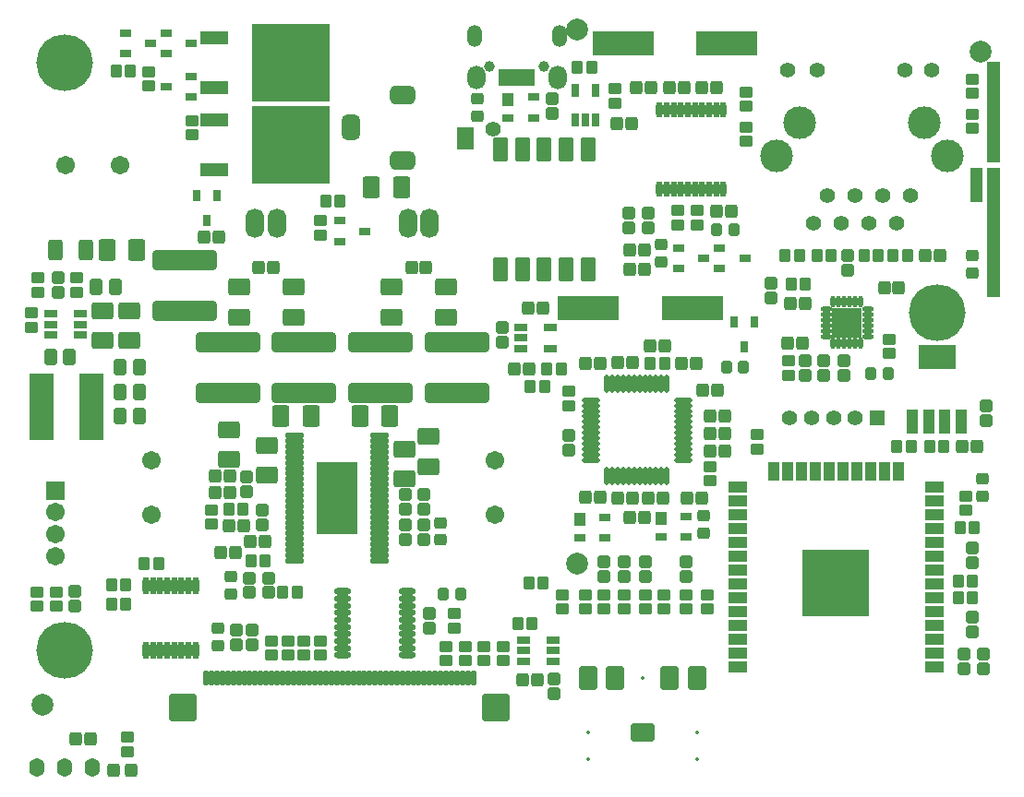
<source format=gts>
G04 Layer_Color=8388736*
%FSLAX25Y25*%
%MOIN*%
G70*
G01*
G75*
G04:AMPARAMS|DCode=85|XSize=45.4mil|YSize=39.5mil|CornerRadius=7.94mil|HoleSize=0mil|Usage=FLASHONLY|Rotation=0.000|XOffset=0mil|YOffset=0mil|HoleType=Round|Shape=RoundedRectangle|*
%AMROUNDEDRECTD85*
21,1,0.04540,0.02362,0,0,0.0*
21,1,0.02953,0.03950,0,0,0.0*
1,1,0.01587,0.01476,-0.01181*
1,1,0.01587,-0.01476,-0.01181*
1,1,0.01587,-0.01476,0.01181*
1,1,0.01587,0.01476,0.01181*
%
%ADD85ROUNDEDRECTD85*%
G04:AMPARAMS|DCode=86|XSize=47.37mil|YSize=43.43mil|CornerRadius=8.43mil|HoleSize=0mil|Usage=FLASHONLY|Rotation=90.000|XOffset=0mil|YOffset=0mil|HoleType=Round|Shape=RoundedRectangle|*
%AMROUNDEDRECTD86*
21,1,0.04737,0.02657,0,0,90.0*
21,1,0.03051,0.04343,0,0,90.0*
1,1,0.01686,0.01329,0.01526*
1,1,0.01686,0.01329,-0.01526*
1,1,0.01686,-0.01329,-0.01526*
1,1,0.01686,-0.01329,0.01526*
%
%ADD86ROUNDEDRECTD86*%
G04:AMPARAMS|DCode=87|XSize=45.4mil|YSize=41.47mil|CornerRadius=8.18mil|HoleSize=0mil|Usage=FLASHONLY|Rotation=0.000|XOffset=0mil|YOffset=0mil|HoleType=Round|Shape=RoundedRectangle|*
%AMROUNDEDRECTD87*
21,1,0.04540,0.02510,0,0,0.0*
21,1,0.02904,0.04147,0,0,0.0*
1,1,0.01637,0.01452,-0.01255*
1,1,0.01637,-0.01452,-0.01255*
1,1,0.01637,-0.01452,0.01255*
1,1,0.01637,0.01452,0.01255*
%
%ADD87ROUNDEDRECTD87*%
G04:AMPARAMS|DCode=88|XSize=45.4mil|YSize=39.5mil|CornerRadius=7.94mil|HoleSize=0mil|Usage=FLASHONLY|Rotation=270.000|XOffset=0mil|YOffset=0mil|HoleType=Round|Shape=RoundedRectangle|*
%AMROUNDEDRECTD88*
21,1,0.04540,0.02362,0,0,270.0*
21,1,0.02953,0.03950,0,0,270.0*
1,1,0.01587,-0.01181,-0.01476*
1,1,0.01587,-0.01181,0.01476*
1,1,0.01587,0.01181,0.01476*
1,1,0.01587,0.01181,-0.01476*
%
%ADD88ROUNDEDRECTD88*%
G04:AMPARAMS|DCode=89|XSize=45.4mil|YSize=41.47mil|CornerRadius=8.18mil|HoleSize=0mil|Usage=FLASHONLY|Rotation=90.000|XOffset=0mil|YOffset=0mil|HoleType=Round|Shape=RoundedRectangle|*
%AMROUNDEDRECTD89*
21,1,0.04540,0.02510,0,0,90.0*
21,1,0.02904,0.04147,0,0,90.0*
1,1,0.01637,0.01255,0.01452*
1,1,0.01637,0.01255,-0.01452*
1,1,0.01637,-0.01255,-0.01452*
1,1,0.01637,-0.01255,0.01452*
%
%ADD89ROUNDEDRECTD89*%
G04:AMPARAMS|DCode=90|XSize=47.37mil|YSize=43.43mil|CornerRadius=8.43mil|HoleSize=0mil|Usage=FLASHONLY|Rotation=180.000|XOffset=0mil|YOffset=0mil|HoleType=Round|Shape=RoundedRectangle|*
%AMROUNDEDRECTD90*
21,1,0.04737,0.02657,0,0,180.0*
21,1,0.03051,0.04343,0,0,180.0*
1,1,0.01686,-0.01526,0.01329*
1,1,0.01686,0.01526,0.01329*
1,1,0.01686,0.01526,-0.01329*
1,1,0.01686,-0.01526,-0.01329*
%
%ADD90ROUNDEDRECTD90*%
%ADD91R,0.04343X0.04737*%
%ADD92R,0.04343X0.03162*%
%ADD93C,0.07874*%
G04:AMPARAMS|DCode=94|XSize=70.99mil|YSize=232.41mil|CornerRadius=11.87mil|HoleSize=0mil|Usage=FLASHONLY|Rotation=90.000|XOffset=0mil|YOffset=0mil|HoleType=Round|Shape=RoundedRectangle|*
%AMROUNDEDRECTD94*
21,1,0.07099,0.20866,0,0,90.0*
21,1,0.04724,0.23241,0,0,90.0*
1,1,0.02375,0.10433,0.02362*
1,1,0.02375,0.10433,-0.02362*
1,1,0.02375,-0.10433,-0.02362*
1,1,0.02375,-0.10433,0.02362*
%
%ADD94ROUNDEDRECTD94*%
G04:AMPARAMS|DCode=95|XSize=78.87mil|YSize=63.12mil|CornerRadius=10.89mil|HoleSize=0mil|Usage=FLASHONLY|Rotation=0.000|XOffset=0mil|YOffset=0mil|HoleType=Round|Shape=RoundedRectangle|*
%AMROUNDEDRECTD95*
21,1,0.07887,0.04134,0,0,0.0*
21,1,0.05709,0.06312,0,0,0.0*
1,1,0.02178,0.02854,-0.02067*
1,1,0.02178,-0.02854,-0.02067*
1,1,0.02178,-0.02854,0.02067*
1,1,0.02178,0.02854,0.02067*
%
%ADD95ROUNDEDRECTD95*%
%ADD96R,0.22453X0.08674*%
G04:AMPARAMS|DCode=97|XSize=57.21mil|YSize=47.37mil|CornerRadius=8.92mil|HoleSize=0mil|Usage=FLASHONLY|Rotation=270.000|XOffset=0mil|YOffset=0mil|HoleType=Round|Shape=RoundedRectangle|*
%AMROUNDEDRECTD97*
21,1,0.05721,0.02953,0,0,270.0*
21,1,0.03937,0.04737,0,0,270.0*
1,1,0.01784,-0.01476,-0.01968*
1,1,0.01784,-0.01476,0.01968*
1,1,0.01784,0.01476,0.01968*
1,1,0.01784,0.01476,-0.01968*
%
%ADD97ROUNDEDRECTD97*%
%ADD98R,0.04540X0.02965*%
%ADD99R,0.03162X0.04343*%
G04:AMPARAMS|DCode=100|XSize=78.87mil|YSize=63.12mil|CornerRadius=10.89mil|HoleSize=0mil|Usage=FLASHONLY|Rotation=90.000|XOffset=0mil|YOffset=0mil|HoleType=Round|Shape=RoundedRectangle|*
%AMROUNDEDRECTD100*
21,1,0.07887,0.04134,0,0,90.0*
21,1,0.05709,0.06312,0,0,90.0*
1,1,0.02178,0.02067,0.02854*
1,1,0.02178,0.02067,-0.02854*
1,1,0.02178,-0.02067,-0.02854*
1,1,0.02178,-0.02067,0.02854*
%
%ADD100ROUNDEDRECTD100*%
%ADD101R,0.10249X0.04934*%
%ADD102R,0.28359X0.28359*%
G04:AMPARAMS|DCode=103|XSize=74.93mil|YSize=51.31mil|CornerRadius=9.41mil|HoleSize=0mil|Usage=FLASHONLY|Rotation=90.000|XOffset=0mil|YOffset=0mil|HoleType=Round|Shape=RoundedRectangle|*
%AMROUNDEDRECTD103*
21,1,0.07493,0.03248,0,0,90.0*
21,1,0.05610,0.05131,0,0,90.0*
1,1,0.01883,0.01624,0.02805*
1,1,0.01883,0.01624,-0.02805*
1,1,0.01883,-0.01624,-0.02805*
1,1,0.01883,-0.01624,0.02805*
%
%ADD103ROUNDEDRECTD103*%
G04:AMPARAMS|DCode=104|XSize=43.43mil|YSize=47.37mil|CornerRadius=8.43mil|HoleSize=0mil|Usage=FLASHONLY|Rotation=180.000|XOffset=0mil|YOffset=0mil|HoleType=Round|Shape=RoundedRectangle|*
%AMROUNDEDRECTD104*
21,1,0.04343,0.03051,0,0,180.0*
21,1,0.02657,0.04737,0,0,180.0*
1,1,0.01686,-0.01329,0.01526*
1,1,0.01686,0.01329,0.01526*
1,1,0.01686,0.01329,-0.01526*
1,1,0.01686,-0.01329,-0.01526*
%
%ADD104ROUNDEDRECTD104*%
%ADD105R,0.14973X0.25997*%
%ADD106O,0.07099X0.01981*%
%ADD107O,0.02454X0.05721*%
%ADD108R,0.06706X0.04343*%
%ADD109R,0.04343X0.06706*%
%ADD110R,0.24422X0.24422*%
%ADD111O,0.01981X0.06509*%
%ADD112O,0.06509X0.01981*%
G04:AMPARAMS|DCode=113|XSize=19.81mil|YSize=55.24mil|CornerRadius=5.48mil|HoleSize=0mil|Usage=FLASHONLY|Rotation=0.000|XOffset=0mil|YOffset=0mil|HoleType=Round|Shape=RoundedRectangle|*
%AMROUNDEDRECTD113*
21,1,0.01981,0.04429,0,0,0.0*
21,1,0.00886,0.05524,0,0,0.0*
1,1,0.01095,0.00443,-0.02215*
1,1,0.01095,-0.00443,-0.02215*
1,1,0.01095,-0.00443,0.02215*
1,1,0.01095,0.00443,0.02215*
%
%ADD113ROUNDEDRECTD113*%
G04:AMPARAMS|DCode=114|XSize=102.49mil|YSize=102.49mil|CornerRadius=15.81mil|HoleSize=0mil|Usage=FLASHONLY|Rotation=0.000|XOffset=0mil|YOffset=0mil|HoleType=Round|Shape=RoundedRectangle|*
%AMROUNDEDRECTD114*
21,1,0.10249,0.07087,0,0,0.0*
21,1,0.07087,0.10249,0,0,0.0*
1,1,0.03162,0.03543,-0.03543*
1,1,0.03162,-0.03543,-0.03543*
1,1,0.03162,-0.03543,0.03543*
1,1,0.03162,0.03543,0.03543*
%
%ADD114ROUNDEDRECTD114*%
%ADD115O,0.04343X0.01784*%
%ADD116O,0.01784X0.04343*%
%ADD117R,0.10642X0.10642*%
G04:AMPARAMS|DCode=118|XSize=86.74mil|YSize=55.24mil|CornerRadius=9.9mil|HoleSize=0mil|Usage=FLASHONLY|Rotation=270.000|XOffset=0mil|YOffset=0mil|HoleType=Round|Shape=RoundedRectangle|*
%AMROUNDEDRECTD118*
21,1,0.08674,0.03543,0,0,270.0*
21,1,0.06693,0.05524,0,0,270.0*
1,1,0.01981,-0.01772,-0.03347*
1,1,0.01981,-0.01772,0.03347*
1,1,0.01981,0.01772,0.03347*
1,1,0.01981,0.01772,-0.03347*
%
%ADD118ROUNDEDRECTD118*%
%ADD119O,0.02572X0.06312*%
%ADD120R,0.08674X0.24422*%
%ADD121R,0.04540X0.03162*%
%ADD122R,0.04343X0.09068*%
%ADD123R,0.13398X0.09068*%
%ADD124O,0.06312X0.02375*%
%ADD125R,0.03162X0.04540*%
%ADD126R,0.02572X0.05918*%
%ADD127C,0.05524*%
%ADD128C,0.20485*%
%ADD129O,0.06706X0.10642*%
%ADD130C,0.06706*%
%ADD131O,0.05524X0.06706*%
%ADD132R,0.05524X0.05524*%
G04:AMPARAMS|DCode=133|XSize=11.94mil|YSize=11.94mil|CornerRadius=4.49mil|HoleSize=0mil|Usage=FLASHONLY|Rotation=90.000|XOffset=0mil|YOffset=0mil|HoleType=Round|Shape=RoundedRectangle|*
%AMROUNDEDRECTD133*
21,1,0.01194,0.00295,0,0,90.0*
21,1,0.00295,0.01194,0,0,90.0*
1,1,0.00898,0.00148,0.00148*
1,1,0.00898,0.00148,-0.00148*
1,1,0.00898,-0.00148,-0.00148*
1,1,0.00898,-0.00148,0.00148*
%
%ADD133ROUNDEDRECTD133*%
G04:AMPARAMS|DCode=134|XSize=86.74mil|YSize=67.06mil|CornerRadius=11.38mil|HoleSize=0mil|Usage=FLASHONLY|Rotation=180.000|XOffset=0mil|YOffset=0mil|HoleType=Round|Shape=RoundedRectangle|*
%AMROUNDEDRECTD134*
21,1,0.08674,0.04429,0,0,180.0*
21,1,0.06398,0.06706,0,0,180.0*
1,1,0.02276,-0.03199,0.02215*
1,1,0.02276,0.03199,0.02215*
1,1,0.02276,0.03199,-0.02215*
1,1,0.02276,-0.03199,-0.02215*
%
%ADD134ROUNDEDRECTD134*%
G04:AMPARAMS|DCode=135|XSize=86.74mil|YSize=67.06mil|CornerRadius=11.38mil|HoleSize=0mil|Usage=FLASHONLY|Rotation=270.000|XOffset=0mil|YOffset=0mil|HoleType=Round|Shape=RoundedRectangle|*
%AMROUNDEDRECTD135*
21,1,0.08674,0.04429,0,0,270.0*
21,1,0.06398,0.06706,0,0,270.0*
1,1,0.02276,-0.02215,-0.03199*
1,1,0.02276,-0.02215,0.03199*
1,1,0.02276,0.02215,0.03199*
1,1,0.02276,0.02215,-0.03199*
%
%ADD135ROUNDEDRECTD135*%
%ADD136C,0.11824*%
G04:AMPARAMS|DCode=137|XSize=90.68mil|YSize=67.06mil|CornerRadius=18.76mil|HoleSize=0mil|Usage=FLASHONLY|Rotation=0.000|XOffset=0mil|YOffset=0mil|HoleType=Round|Shape=RoundedRectangle|*
%AMROUNDEDRECTD137*
21,1,0.09068,0.02953,0,0,0.0*
21,1,0.05315,0.06706,0,0,0.0*
1,1,0.03753,0.02657,-0.01476*
1,1,0.03753,-0.02657,-0.01476*
1,1,0.03753,-0.02657,0.01476*
1,1,0.03753,0.02657,0.01476*
%
%ADD137ROUNDEDRECTD137*%
G04:AMPARAMS|DCode=138|XSize=90.68mil|YSize=67.06mil|CornerRadius=18.76mil|HoleSize=0mil|Usage=FLASHONLY|Rotation=90.000|XOffset=0mil|YOffset=0mil|HoleType=Round|Shape=RoundedRectangle|*
%AMROUNDEDRECTD138*
21,1,0.09068,0.02953,0,0,90.0*
21,1,0.05315,0.06706,0,0,90.0*
1,1,0.03753,0.01476,0.02657*
1,1,0.03753,0.01476,-0.02657*
1,1,0.03753,-0.01476,-0.02657*
1,1,0.03753,-0.01476,0.02657*
%
%ADD138ROUNDEDRECTD138*%
%ADD139R,0.06706X0.06706*%
%ADD140C,0.03950*%
%ADD141O,0.05328X0.07887*%
%ADD142O,0.06509X0.08674*%
G36*
X347342Y209252D02*
X342913D01*
Y221752D01*
X347342D01*
Y209252D01*
D02*
G37*
G36*
X353445Y175000D02*
X348917D01*
Y221850D01*
X353445D01*
Y175000D01*
D02*
G37*
G36*
X163386Y228346D02*
X157480D01*
Y236221D01*
X163386D01*
Y228346D01*
D02*
G37*
G36*
X353445Y223721D02*
X348917D01*
Y260138D01*
X353445D01*
Y223721D01*
D02*
G37*
D85*
X231299Y194095D02*
D03*
Y187795D02*
D03*
X246555Y96063D02*
D03*
Y89764D02*
D03*
X343701Y190059D02*
D03*
Y183760D02*
D03*
X347244Y103150D02*
D03*
Y109449D02*
D03*
X71161Y49016D02*
D03*
Y55315D02*
D03*
X75886Y74114D02*
D03*
Y67815D02*
D03*
X151673Y93504D02*
D03*
Y87205D02*
D03*
X164862Y240256D02*
D03*
Y246555D02*
D03*
D86*
X282087Y158268D02*
D03*
X276772D02*
D03*
X254134Y131890D02*
D03*
X248819D02*
D03*
X254134Y119291D02*
D03*
X248819D02*
D03*
X254134Y125591D02*
D03*
X248819D02*
D03*
X251673Y141437D02*
D03*
X246358D02*
D03*
X232677Y157480D02*
D03*
X227362D02*
D03*
X243996Y151083D02*
D03*
X238681D02*
D03*
X215453Y151279D02*
D03*
X220768D02*
D03*
X204035Y151181D02*
D03*
X209350D02*
D03*
X219783Y95276D02*
D03*
X225098D02*
D03*
X245768Y102362D02*
D03*
X240453D02*
D03*
X19980Y15256D02*
D03*
X25295D02*
D03*
X186417Y36614D02*
D03*
X181102D02*
D03*
X203937Y102559D02*
D03*
X209252D02*
D03*
X215453Y102461D02*
D03*
X220768D02*
D03*
X231988D02*
D03*
X226673D02*
D03*
X183169Y170866D02*
D03*
X188484D02*
D03*
X225098Y185039D02*
D03*
X219783D02*
D03*
X225098Y191929D02*
D03*
X219783D02*
D03*
X251279Y205906D02*
D03*
X256594D02*
D03*
X245768Y250787D02*
D03*
X251083D02*
D03*
X239665D02*
D03*
X234350D02*
D03*
X222146D02*
D03*
X227461D02*
D03*
X283268Y172736D02*
D03*
X277953D02*
D03*
X311713Y178248D02*
D03*
X317028D02*
D03*
X326575Y190059D02*
D03*
X331890D02*
D03*
X345177Y121063D02*
D03*
X339862D02*
D03*
X72146Y82677D02*
D03*
X77461D02*
D03*
X82972Y86614D02*
D03*
X88287D02*
D03*
X75098Y92520D02*
D03*
X80413D02*
D03*
X70177Y104331D02*
D03*
X75492D02*
D03*
X70177Y110236D02*
D03*
X75492D02*
D03*
X146358Y185827D02*
D03*
X141043D02*
D03*
X91240D02*
D03*
X85925D02*
D03*
X71555Y196850D02*
D03*
X66240D02*
D03*
X183563Y149016D02*
D03*
X178248D02*
D03*
X215059Y237795D02*
D03*
X220374D02*
D03*
D87*
X313386Y154528D02*
D03*
Y159646D02*
D03*
X343701Y253740D02*
D03*
Y248622D02*
D03*
Y241142D02*
D03*
Y236024D02*
D03*
X249016Y113681D02*
D03*
Y108563D02*
D03*
X265846Y120177D02*
D03*
Y125295D02*
D03*
X197736Y135827D02*
D03*
Y140945D02*
D03*
X248031Y62402D02*
D03*
Y67520D02*
D03*
X240158Y67520D02*
D03*
Y62402D02*
D03*
X232283Y62402D02*
D03*
Y67520D02*
D03*
X225590Y67520D02*
D03*
Y62402D02*
D03*
X217717Y67520D02*
D03*
Y62402D02*
D03*
X210630Y67520D02*
D03*
Y62402D02*
D03*
X203740Y62402D02*
D03*
Y67520D02*
D03*
X195472Y62402D02*
D03*
Y67520D02*
D03*
X153543Y48819D02*
D03*
Y43701D02*
D03*
X160433Y48819D02*
D03*
Y43701D02*
D03*
X167323Y48819D02*
D03*
Y43701D02*
D03*
X174213Y48819D02*
D03*
Y43701D02*
D03*
X156496Y60630D02*
D03*
Y55512D02*
D03*
X108268Y50787D02*
D03*
Y45669D02*
D03*
X102362Y50787D02*
D03*
Y45669D02*
D03*
X96457Y50787D02*
D03*
Y45669D02*
D03*
X90551Y50787D02*
D03*
Y45669D02*
D03*
X244094Y201181D02*
D03*
Y206299D02*
D03*
X237205Y201181D02*
D03*
Y206299D02*
D03*
X261811Y236417D02*
D03*
Y231299D02*
D03*
Y249016D02*
D03*
Y243898D02*
D03*
X277067Y151969D02*
D03*
Y146850D02*
D03*
X68898Y92913D02*
D03*
Y98032D02*
D03*
X20079Y181890D02*
D03*
Y176772D02*
D03*
X6299Y176772D02*
D03*
Y181890D02*
D03*
X3937Y164173D02*
D03*
Y169291D02*
D03*
X46260Y256496D02*
D03*
Y251378D02*
D03*
X61811Y233661D02*
D03*
Y238779D02*
D03*
X38583Y15945D02*
D03*
Y10827D02*
D03*
X5906Y63386D02*
D03*
Y68504D02*
D03*
X12795Y68504D02*
D03*
Y63386D02*
D03*
X341142Y103051D02*
D03*
Y97933D02*
D03*
X108268Y202559D02*
D03*
Y197441D02*
D03*
X214567Y250197D02*
D03*
Y245079D02*
D03*
D88*
X254724Y149606D02*
D03*
X261024D02*
D03*
X152657Y67618D02*
D03*
X158957D02*
D03*
X251279Y199311D02*
D03*
X257579D02*
D03*
X306890Y147343D02*
D03*
X313189D02*
D03*
D89*
X227362Y151181D02*
D03*
X232480D02*
D03*
X188681Y71752D02*
D03*
X183563D02*
D03*
X184646Y57087D02*
D03*
X179528D02*
D03*
X287402Y189961D02*
D03*
X292520D02*
D03*
X278051Y179626D02*
D03*
X283169D02*
D03*
X281102Y189961D02*
D03*
X275984D02*
D03*
X309646D02*
D03*
X304528D02*
D03*
X314961D02*
D03*
X320079D02*
D03*
X316339Y121063D02*
D03*
X321457D02*
D03*
X328150D02*
D03*
X333268D02*
D03*
X344291Y91634D02*
D03*
X339173D02*
D03*
X343701Y66240D02*
D03*
X338583D02*
D03*
X343701Y72441D02*
D03*
X338583D02*
D03*
X37992Y63976D02*
D03*
X32874D02*
D03*
X37992Y70866D02*
D03*
X32874D02*
D03*
X94685Y68209D02*
D03*
X99803D02*
D03*
X83071Y79724D02*
D03*
X88189D02*
D03*
X80315Y98425D02*
D03*
X75197D02*
D03*
X34449Y256693D02*
D03*
X39567D02*
D03*
X49803Y78740D02*
D03*
X44685D02*
D03*
X189075Y142618D02*
D03*
X183957D02*
D03*
X189961Y149016D02*
D03*
X195079D02*
D03*
X115157Y209842D02*
D03*
X110039D02*
D03*
X206102Y257874D02*
D03*
X200984D02*
D03*
D90*
X198031Y119783D02*
D03*
Y125098D02*
D03*
X210630Y79429D02*
D03*
Y74114D02*
D03*
X217717Y79429D02*
D03*
Y74114D02*
D03*
X225590Y79429D02*
D03*
Y74114D02*
D03*
X240158Y79429D02*
D03*
Y74114D02*
D03*
X192520Y31594D02*
D03*
Y36909D02*
D03*
X147638Y55413D02*
D03*
Y60728D02*
D03*
X77756Y54823D02*
D03*
Y49508D02*
D03*
X83661D02*
D03*
Y54823D02*
D03*
X174016Y158760D02*
D03*
Y164075D02*
D03*
X226378Y205413D02*
D03*
Y200098D02*
D03*
X219488Y205413D02*
D03*
Y200098D02*
D03*
X270768Y174606D02*
D03*
Y179921D02*
D03*
X298524Y189862D02*
D03*
Y184547D02*
D03*
X297244Y152067D02*
D03*
Y146752D02*
D03*
X289764Y152067D02*
D03*
Y146752D02*
D03*
X283268D02*
D03*
Y152067D02*
D03*
X348425Y135531D02*
D03*
Y130217D02*
D03*
X343701Y79035D02*
D03*
Y84350D02*
D03*
X347441Y45965D02*
D03*
Y40650D02*
D03*
X340551Y45965D02*
D03*
Y40650D02*
D03*
X89567Y73524D02*
D03*
Y68209D02*
D03*
X82677Y73524D02*
D03*
Y68209D02*
D03*
X87106Y97933D02*
D03*
Y92618D02*
D03*
X81693Y104626D02*
D03*
Y109941D02*
D03*
X138976Y87500D02*
D03*
Y92815D02*
D03*
X145669Y87500D02*
D03*
Y92815D02*
D03*
Y103839D02*
D03*
Y98524D02*
D03*
X138976D02*
D03*
Y103839D02*
D03*
X13386Y176673D02*
D03*
Y181988D02*
D03*
X19685Y63287D02*
D03*
Y68602D02*
D03*
X343701Y59449D02*
D03*
Y54134D02*
D03*
X192028Y246555D02*
D03*
Y241240D02*
D03*
D91*
X231201Y94980D02*
D03*
X201772Y94685D02*
D03*
X175984Y246457D02*
D03*
D92*
X231201Y88287D02*
D03*
X240256D02*
D03*
Y95768D02*
D03*
X201772Y87992D02*
D03*
X210827D02*
D03*
Y95473D02*
D03*
X246654Y188976D02*
D03*
X237598Y185236D02*
D03*
Y192717D02*
D03*
X261417Y188976D02*
D03*
X252362Y185236D02*
D03*
Y192717D02*
D03*
X46850Y266732D02*
D03*
X37795Y262992D02*
D03*
Y270472D02*
D03*
X61614Y266732D02*
D03*
X52559Y262992D02*
D03*
Y270472D02*
D03*
Y250984D02*
D03*
X61614Y254724D02*
D03*
Y247244D02*
D03*
X175984Y239764D02*
D03*
X185039D02*
D03*
Y247244D02*
D03*
X124213Y198819D02*
D03*
X115157Y195079D02*
D03*
Y202559D02*
D03*
D93*
X200787Y78740D02*
D03*
X346457Y263779D02*
D03*
X200787Y271654D02*
D03*
X7874Y27559D02*
D03*
D94*
X74803Y140354D02*
D03*
Y158858D02*
D03*
X129921Y140354D02*
D03*
Y158858D02*
D03*
X157480Y140354D02*
D03*
Y158858D02*
D03*
X59055Y169882D02*
D03*
Y188386D02*
D03*
X102362Y140354D02*
D03*
Y158858D02*
D03*
D95*
X78740Y178642D02*
D03*
Y167815D02*
D03*
X98425Y178642D02*
D03*
Y167815D02*
D03*
X133858Y178642D02*
D03*
Y167815D02*
D03*
X153543Y178642D02*
D03*
Y167815D02*
D03*
X29528Y159350D02*
D03*
Y170177D02*
D03*
X39370Y159350D02*
D03*
Y170177D02*
D03*
X88976Y121457D02*
D03*
Y110630D02*
D03*
X138386Y120079D02*
D03*
Y109252D02*
D03*
X75197Y116240D02*
D03*
Y127067D02*
D03*
X147146Y113779D02*
D03*
Y124606D02*
D03*
D96*
X217520Y266535D02*
D03*
X254921D02*
D03*
X205020Y170866D02*
D03*
X242421D02*
D03*
D97*
X42815Y131890D02*
D03*
X35925D02*
D03*
X42815Y140748D02*
D03*
X35925D02*
D03*
X42815Y149606D02*
D03*
X35925D02*
D03*
X10728Y153347D02*
D03*
X17618D02*
D03*
X34154Y178543D02*
D03*
X27264D02*
D03*
D98*
X10827Y161417D02*
D03*
Y165157D02*
D03*
Y168898D02*
D03*
X21457D02*
D03*
Y165157D02*
D03*
Y161417D02*
D03*
X192323Y43504D02*
D03*
Y47244D02*
D03*
Y50984D02*
D03*
X181693D02*
D03*
Y47244D02*
D03*
Y43504D02*
D03*
D99*
X67126Y202559D02*
D03*
X63386Y211614D02*
D03*
X70866D02*
D03*
X261221Y157087D02*
D03*
X257480Y166142D02*
D03*
X264961D02*
D03*
D100*
X31201Y192126D02*
D03*
X42028D02*
D03*
X104823Y131890D02*
D03*
X93996D02*
D03*
X122539D02*
D03*
X133366D02*
D03*
X137402Y214665D02*
D03*
X126575D02*
D03*
D101*
X69882Y268701D02*
D03*
Y250590D02*
D03*
Y221063D02*
D03*
Y239173D02*
D03*
D102*
X97638Y259646D02*
D03*
Y230118D02*
D03*
D103*
X23622Y192126D02*
D03*
X12598D02*
D03*
D104*
X39764Y3937D02*
D03*
X33465D02*
D03*
D105*
X114173Y102362D02*
D03*
D106*
X129528Y79724D02*
D03*
Y81693D02*
D03*
Y83661D02*
D03*
Y85630D02*
D03*
Y87598D02*
D03*
Y89567D02*
D03*
Y91535D02*
D03*
Y93504D02*
D03*
Y95473D02*
D03*
Y97441D02*
D03*
Y99410D02*
D03*
Y101378D02*
D03*
Y103347D02*
D03*
Y105315D02*
D03*
Y107283D02*
D03*
Y109252D02*
D03*
Y111221D02*
D03*
Y113189D02*
D03*
Y115157D02*
D03*
Y117126D02*
D03*
Y119095D02*
D03*
Y121063D02*
D03*
Y123031D02*
D03*
Y125000D02*
D03*
X98819Y79724D02*
D03*
Y81693D02*
D03*
Y83661D02*
D03*
Y85630D02*
D03*
Y87598D02*
D03*
Y89567D02*
D03*
Y91535D02*
D03*
Y93504D02*
D03*
Y95473D02*
D03*
Y97441D02*
D03*
Y99410D02*
D03*
Y101378D02*
D03*
Y103347D02*
D03*
Y105315D02*
D03*
Y107283D02*
D03*
Y109252D02*
D03*
Y111221D02*
D03*
Y113189D02*
D03*
Y115157D02*
D03*
Y117126D02*
D03*
Y119095D02*
D03*
Y121063D02*
D03*
Y123031D02*
D03*
Y125000D02*
D03*
D107*
X230610Y214075D02*
D03*
X233169D02*
D03*
X235728D02*
D03*
X238287D02*
D03*
X240846D02*
D03*
X243406D02*
D03*
X245965D02*
D03*
X248524D02*
D03*
X251083D02*
D03*
X253642D02*
D03*
X230610Y242618D02*
D03*
X233169D02*
D03*
X235728D02*
D03*
X238287D02*
D03*
X240846D02*
D03*
X243406D02*
D03*
X245965D02*
D03*
X248524D02*
D03*
X251083D02*
D03*
X253642D02*
D03*
D108*
X329724Y41260D02*
D03*
Y46260D02*
D03*
Y51260D02*
D03*
Y56260D02*
D03*
Y61260D02*
D03*
Y66260D02*
D03*
Y71260D02*
D03*
Y76260D02*
D03*
Y81260D02*
D03*
Y86260D02*
D03*
Y91260D02*
D03*
Y96260D02*
D03*
Y101260D02*
D03*
Y106260D02*
D03*
X258858D02*
D03*
Y101260D02*
D03*
Y96260D02*
D03*
Y91260D02*
D03*
Y86260D02*
D03*
Y81260D02*
D03*
Y76260D02*
D03*
Y71260D02*
D03*
Y66260D02*
D03*
Y61260D02*
D03*
Y56260D02*
D03*
Y51260D02*
D03*
Y46260D02*
D03*
Y41260D02*
D03*
D109*
X316791Y112126D02*
D03*
X311791D02*
D03*
X306791D02*
D03*
X301791D02*
D03*
X296791D02*
D03*
X291791D02*
D03*
X286791D02*
D03*
X281791D02*
D03*
X276791D02*
D03*
X271791D02*
D03*
D110*
X294291Y71575D02*
D03*
D111*
X233268Y110335D02*
D03*
X231299D02*
D03*
X229331D02*
D03*
X227362D02*
D03*
X225394D02*
D03*
X223425D02*
D03*
X221457D02*
D03*
X219488D02*
D03*
X217520D02*
D03*
X215551D02*
D03*
X213583D02*
D03*
X211614D02*
D03*
Y143602D02*
D03*
X213583D02*
D03*
X215551D02*
D03*
X217520D02*
D03*
X219488D02*
D03*
X221457D02*
D03*
X223425D02*
D03*
X225394D02*
D03*
X227362D02*
D03*
X229331D02*
D03*
X231299D02*
D03*
X233268D02*
D03*
D112*
X205807Y116142D02*
D03*
Y118110D02*
D03*
Y120079D02*
D03*
Y122047D02*
D03*
Y124016D02*
D03*
Y125984D02*
D03*
Y127953D02*
D03*
Y129921D02*
D03*
Y131890D02*
D03*
Y133858D02*
D03*
Y135827D02*
D03*
Y137795D02*
D03*
X239075D02*
D03*
Y135827D02*
D03*
Y133858D02*
D03*
Y131890D02*
D03*
Y129921D02*
D03*
Y127953D02*
D03*
Y125984D02*
D03*
Y124016D02*
D03*
Y122047D02*
D03*
Y120079D02*
D03*
Y118110D02*
D03*
Y116142D02*
D03*
D113*
X163386Y37402D02*
D03*
X161417D02*
D03*
X159449D02*
D03*
X157480D02*
D03*
X155512D02*
D03*
X153543D02*
D03*
X151575D02*
D03*
X149606D02*
D03*
X147638D02*
D03*
X145669D02*
D03*
X143701D02*
D03*
X141732D02*
D03*
X139764D02*
D03*
X137795D02*
D03*
X135827D02*
D03*
X133858D02*
D03*
X131890D02*
D03*
X129921D02*
D03*
X127953D02*
D03*
X125984D02*
D03*
X124016D02*
D03*
X122047D02*
D03*
X120079D02*
D03*
X118110D02*
D03*
X116142D02*
D03*
X114173D02*
D03*
X112205D02*
D03*
X110236D02*
D03*
X108268D02*
D03*
X106299D02*
D03*
X104331D02*
D03*
X102362D02*
D03*
X100394D02*
D03*
X98425D02*
D03*
X96457D02*
D03*
X94488D02*
D03*
X92520D02*
D03*
X90551D02*
D03*
X88583D02*
D03*
X86614D02*
D03*
X84646D02*
D03*
X82677D02*
D03*
X80709D02*
D03*
X78740D02*
D03*
X76772D02*
D03*
X74803D02*
D03*
X72835D02*
D03*
X70866D02*
D03*
X68898D02*
D03*
X66929D02*
D03*
D114*
X171653Y26772D02*
D03*
X58661D02*
D03*
D115*
X290748Y170669D02*
D03*
Y168701D02*
D03*
Y166732D02*
D03*
Y164764D02*
D03*
Y162795D02*
D03*
Y160827D02*
D03*
X305709D02*
D03*
Y162795D02*
D03*
Y164764D02*
D03*
Y166732D02*
D03*
Y168701D02*
D03*
Y170669D02*
D03*
D116*
X293307Y158268D02*
D03*
X295276D02*
D03*
X297244D02*
D03*
X299213D02*
D03*
X301181D02*
D03*
X303150D02*
D03*
Y173228D02*
D03*
X301181D02*
D03*
X299213D02*
D03*
X297244D02*
D03*
X295276D02*
D03*
X293307D02*
D03*
D117*
X298228Y165748D02*
D03*
D118*
X173228Y185039D02*
D03*
X181102D02*
D03*
X188976D02*
D03*
X196850D02*
D03*
X204724D02*
D03*
Y228346D02*
D03*
X196850D02*
D03*
X188976D02*
D03*
X181102D02*
D03*
X173228D02*
D03*
D119*
X63091Y70669D02*
D03*
X60532D02*
D03*
X57973D02*
D03*
X55413D02*
D03*
X52854D02*
D03*
X50295D02*
D03*
X47736D02*
D03*
X45177D02*
D03*
X63091Y47441D02*
D03*
X60532D02*
D03*
X57973D02*
D03*
X55413D02*
D03*
X52854D02*
D03*
X50295D02*
D03*
X47736D02*
D03*
X45177D02*
D03*
D120*
X7579Y135236D02*
D03*
X25492D02*
D03*
D121*
X180512Y163976D02*
D03*
Y160236D02*
D03*
Y156496D02*
D03*
X191142D02*
D03*
Y163976D02*
D03*
D122*
X321850Y130118D02*
D03*
X327756D02*
D03*
X333661D02*
D03*
X339567D02*
D03*
D123*
X330709Y153347D02*
D03*
D124*
X116339Y68602D02*
D03*
Y66043D02*
D03*
Y63484D02*
D03*
Y60925D02*
D03*
Y58366D02*
D03*
Y55807D02*
D03*
Y53248D02*
D03*
Y50689D02*
D03*
Y48130D02*
D03*
Y45571D02*
D03*
X139567Y68602D02*
D03*
Y66043D02*
D03*
Y63484D02*
D03*
Y60925D02*
D03*
Y58366D02*
D03*
Y55807D02*
D03*
Y53248D02*
D03*
Y50689D02*
D03*
Y48130D02*
D03*
Y45571D02*
D03*
D125*
X200197Y239173D02*
D03*
X203937D02*
D03*
X207677D02*
D03*
Y249803D02*
D03*
X200197D02*
D03*
D126*
X176575Y254331D02*
D03*
X179134D02*
D03*
X181693D02*
D03*
X174016D02*
D03*
X184252D02*
D03*
D127*
X170472Y235827D02*
D03*
X301279Y131398D02*
D03*
X293406D02*
D03*
X285531D02*
D03*
X277658D02*
D03*
X321240Y211811D02*
D03*
X316240Y201811D02*
D03*
X311240Y211811D02*
D03*
X306240Y201811D02*
D03*
X301240Y211811D02*
D03*
X296240Y201811D02*
D03*
X291240Y211811D02*
D03*
X286240Y201811D02*
D03*
X329035Y256890D02*
D03*
X319193D02*
D03*
X287402D02*
D03*
X276870D02*
D03*
D128*
X15748Y47244D02*
D03*
X330709Y169291D02*
D03*
X15748Y259842D02*
D03*
D129*
X139764Y201772D02*
D03*
X147638D02*
D03*
X84646D02*
D03*
X92520D02*
D03*
D130*
X47244Y116142D02*
D03*
Y96457D02*
D03*
X171260Y116142D02*
D03*
Y96457D02*
D03*
X12500Y81496D02*
D03*
Y97244D02*
D03*
Y89370D02*
D03*
X35827Y222835D02*
D03*
X16142D02*
D03*
D131*
X5748Y4921D02*
D03*
X15748D02*
D03*
X25748D02*
D03*
D132*
X309154Y131398D02*
D03*
D133*
X224410Y37402D02*
D03*
X204724Y17717D02*
D03*
Y7874D02*
D03*
X244094Y17717D02*
D03*
Y7874D02*
D03*
D134*
X224410Y17717D02*
D03*
D135*
X244094Y37402D02*
D03*
X204724D02*
D03*
X234252D02*
D03*
X214567D02*
D03*
D136*
X334449Y225984D02*
D03*
X273031D02*
D03*
X326240Y237992D02*
D03*
X281240D02*
D03*
D137*
X137795Y224410D02*
D03*
Y248031D02*
D03*
D138*
X119291Y236221D02*
D03*
D139*
X12500Y105118D02*
D03*
D140*
X169291Y258465D02*
D03*
X188976D02*
D03*
D141*
X163878Y269291D02*
D03*
X194390D02*
D03*
D142*
X164469Y254331D02*
D03*
X193799D02*
D03*
M02*

</source>
